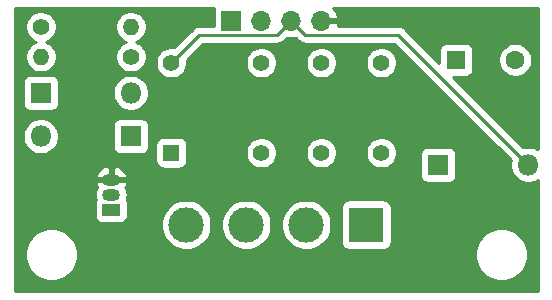
<source format=gbr>
%TF.GenerationSoftware,KiCad,Pcbnew,(5.1.6)-1*%
%TF.CreationDate,2021-01-10T14:53:30+01:00*%
%TF.ProjectId,dcBreak,64634272-6561-46b2-9e6b-696361645f70,rev?*%
%TF.SameCoordinates,Original*%
%TF.FileFunction,Copper,L1,Top*%
%TF.FilePolarity,Positive*%
%FSLAX46Y46*%
G04 Gerber Fmt 4.6, Leading zero omitted, Abs format (unit mm)*
G04 Created by KiCad (PCBNEW (5.1.6)-1) date 2021-01-10 14:53:30*
%MOMM*%
%LPD*%
G01*
G04 APERTURE LIST*
%TA.AperFunction,ComponentPad*%
%ADD10C,3.000000*%
%TD*%
%TA.AperFunction,ComponentPad*%
%ADD11R,3.000000X3.000000*%
%TD*%
%TA.AperFunction,ComponentPad*%
%ADD12C,1.400000*%
%TD*%
%TA.AperFunction,ComponentPad*%
%ADD13R,1.400000X1.400000*%
%TD*%
%TA.AperFunction,ComponentPad*%
%ADD14R,1.600000X1.600000*%
%TD*%
%TA.AperFunction,ComponentPad*%
%ADD15C,1.600000*%
%TD*%
%TA.AperFunction,ComponentPad*%
%ADD16O,1.700000X1.700000*%
%TD*%
%TA.AperFunction,ComponentPad*%
%ADD17R,1.700000X1.700000*%
%TD*%
%TA.AperFunction,ComponentPad*%
%ADD18O,1.500000X1.050000*%
%TD*%
%TA.AperFunction,ComponentPad*%
%ADD19R,1.500000X1.050000*%
%TD*%
%TA.AperFunction,ComponentPad*%
%ADD20R,1.800000X1.800000*%
%TD*%
%TA.AperFunction,ComponentPad*%
%ADD21O,1.800000X1.800000*%
%TD*%
%TA.AperFunction,ComponentPad*%
%ADD22O,1.400000X1.400000*%
%TD*%
%TA.AperFunction,Conductor*%
%ADD23C,0.250000*%
%TD*%
%TA.AperFunction,Conductor*%
%ADD24C,0.254000*%
%TD*%
G04 APERTURE END LIST*
D10*
%TO.P,J1,2*%
%TO.N,/O*%
X114300000Y-129540000D03*
%TO.P,J1,3*%
%TO.N,/safety*%
X109220000Y-129540000D03*
D11*
%TO.P,J1,1*%
%TO.N,/B*%
X119380000Y-129540000D03*
D10*
%TO.P,J1,4*%
%TO.N,/break*%
X104140000Y-129540000D03*
%TD*%
D12*
%TO.P,K1,8*%
%TO.N,/break*%
X110490000Y-115824000D03*
%TO.P,K1,9*%
%TO.N,/B*%
X120650000Y-115824000D03*
%TO.P,K1,7*%
%TO.N,Net-(C1-Pad2)*%
X115570000Y-115824000D03*
%TO.P,K1,3*%
%TO.N,Net-(K1-Pad3)*%
X110490000Y-123444000D03*
%TO.P,K1,4*%
%TO.N,Net-(K1-Pad4)*%
X120650000Y-123444000D03*
%TO.P,K1,2*%
%TO.N,Net-(K1-Pad2)*%
X115570000Y-123444000D03*
%TO.P,K1,10*%
%TO.N,+5V*%
X102870000Y-115824000D03*
D13*
%TO.P,K1,1*%
%TO.N,Net-(D3-Pad1)*%
X102870000Y-123444000D03*
%TD*%
D14*
%TO.P,C1,1*%
%TO.N,/O*%
X127000000Y-115570000D03*
D15*
%TO.P,C1,2*%
%TO.N,Net-(C1-Pad2)*%
X132000000Y-115570000D03*
%TD*%
D16*
%TO.P,J2,4*%
%TO.N,GND*%
X115570000Y-112268000D03*
%TO.P,J2,3*%
%TO.N,+5V*%
X113030000Y-112268000D03*
%TO.P,J2,2*%
%TO.N,Net-(J2-Pad2)*%
X110490000Y-112268000D03*
D17*
%TO.P,J2,1*%
%TO.N,Net-(J2-Pad1)*%
X107950000Y-112268000D03*
%TD*%
D18*
%TO.P,Q1,2*%
%TO.N,Net-(Q1-Pad2)*%
X97790000Y-127000000D03*
%TO.P,Q1,3*%
%TO.N,GND*%
X97790000Y-125730000D03*
D19*
%TO.P,Q1,1*%
%TO.N,Net-(D3-Pad1)*%
X97790000Y-128270000D03*
%TD*%
D20*
%TO.P,D1,1*%
%TO.N,/safety*%
X91821000Y-118364000D03*
D21*
%TO.P,D1,2*%
%TO.N,/B*%
X99441000Y-118364000D03*
%TD*%
%TO.P,D2,2*%
%TO.N,/safety*%
X91821000Y-122047000D03*
D20*
%TO.P,D2,1*%
%TO.N,/break*%
X99441000Y-122047000D03*
%TD*%
%TO.P,D3,1*%
%TO.N,Net-(D3-Pad1)*%
X125476000Y-124460000D03*
D21*
%TO.P,D3,2*%
%TO.N,+5V*%
X133096000Y-124460000D03*
%TD*%
D22*
%TO.P,R1,2*%
%TO.N,Net-(J2-Pad1)*%
X99441000Y-112776000D03*
D12*
%TO.P,R1,1*%
%TO.N,Net-(Q1-Pad2)*%
X91821000Y-112776000D03*
%TD*%
%TO.P,R2,1*%
%TO.N,/B*%
X99441000Y-115316000D03*
D22*
%TO.P,R2,2*%
%TO.N,/safety*%
X91821000Y-115316000D03*
%TD*%
D23*
%TO.N,+5V*%
X114205001Y-113443001D02*
X122079001Y-113443001D01*
X122079001Y-113443001D02*
X133096000Y-124460000D01*
X113030000Y-112268000D02*
X114205001Y-113443001D01*
X105250999Y-113443001D02*
X102870000Y-115824000D01*
X111854999Y-113443001D02*
X105250999Y-113443001D01*
X113030000Y-112268000D02*
X111854999Y-113443001D01*
%TD*%
D24*
%TO.N,GND*%
G36*
X106474188Y-111293518D02*
G01*
X106461928Y-111418000D01*
X106461928Y-112683001D01*
X105288321Y-112683001D01*
X105250998Y-112679325D01*
X105213675Y-112683001D01*
X105213666Y-112683001D01*
X105102013Y-112693998D01*
X104958752Y-112737455D01*
X104826722Y-112808027D01*
X104743082Y-112876669D01*
X104710998Y-112903000D01*
X104687200Y-112931998D01*
X103108844Y-114510355D01*
X103001486Y-114489000D01*
X102738514Y-114489000D01*
X102480595Y-114540304D01*
X102237641Y-114640939D01*
X102018987Y-114787038D01*
X101833038Y-114972987D01*
X101686939Y-115191641D01*
X101586304Y-115434595D01*
X101535000Y-115692514D01*
X101535000Y-115955486D01*
X101586304Y-116213405D01*
X101686939Y-116456359D01*
X101833038Y-116675013D01*
X102018987Y-116860962D01*
X102237641Y-117007061D01*
X102480595Y-117107696D01*
X102738514Y-117159000D01*
X103001486Y-117159000D01*
X103259405Y-117107696D01*
X103502359Y-117007061D01*
X103721013Y-116860962D01*
X103906962Y-116675013D01*
X104053061Y-116456359D01*
X104153696Y-116213405D01*
X104205000Y-115955486D01*
X104205000Y-115692514D01*
X109155000Y-115692514D01*
X109155000Y-115955486D01*
X109206304Y-116213405D01*
X109306939Y-116456359D01*
X109453038Y-116675013D01*
X109638987Y-116860962D01*
X109857641Y-117007061D01*
X110100595Y-117107696D01*
X110358514Y-117159000D01*
X110621486Y-117159000D01*
X110879405Y-117107696D01*
X111122359Y-117007061D01*
X111341013Y-116860962D01*
X111526962Y-116675013D01*
X111673061Y-116456359D01*
X111773696Y-116213405D01*
X111825000Y-115955486D01*
X111825000Y-115692514D01*
X114235000Y-115692514D01*
X114235000Y-115955486D01*
X114286304Y-116213405D01*
X114386939Y-116456359D01*
X114533038Y-116675013D01*
X114718987Y-116860962D01*
X114937641Y-117007061D01*
X115180595Y-117107696D01*
X115438514Y-117159000D01*
X115701486Y-117159000D01*
X115959405Y-117107696D01*
X116202359Y-117007061D01*
X116421013Y-116860962D01*
X116606962Y-116675013D01*
X116753061Y-116456359D01*
X116853696Y-116213405D01*
X116905000Y-115955486D01*
X116905000Y-115692514D01*
X119315000Y-115692514D01*
X119315000Y-115955486D01*
X119366304Y-116213405D01*
X119466939Y-116456359D01*
X119613038Y-116675013D01*
X119798987Y-116860962D01*
X120017641Y-117007061D01*
X120260595Y-117107696D01*
X120518514Y-117159000D01*
X120781486Y-117159000D01*
X121039405Y-117107696D01*
X121282359Y-117007061D01*
X121501013Y-116860962D01*
X121686962Y-116675013D01*
X121833061Y-116456359D01*
X121933696Y-116213405D01*
X121985000Y-115955486D01*
X121985000Y-115692514D01*
X121933696Y-115434595D01*
X121833061Y-115191641D01*
X121686962Y-114972987D01*
X121501013Y-114787038D01*
X121282359Y-114640939D01*
X121039405Y-114540304D01*
X120781486Y-114489000D01*
X120518514Y-114489000D01*
X120260595Y-114540304D01*
X120017641Y-114640939D01*
X119798987Y-114787038D01*
X119613038Y-114972987D01*
X119466939Y-115191641D01*
X119366304Y-115434595D01*
X119315000Y-115692514D01*
X116905000Y-115692514D01*
X116853696Y-115434595D01*
X116753061Y-115191641D01*
X116606962Y-114972987D01*
X116421013Y-114787038D01*
X116202359Y-114640939D01*
X115959405Y-114540304D01*
X115701486Y-114489000D01*
X115438514Y-114489000D01*
X115180595Y-114540304D01*
X114937641Y-114640939D01*
X114718987Y-114787038D01*
X114533038Y-114972987D01*
X114386939Y-115191641D01*
X114286304Y-115434595D01*
X114235000Y-115692514D01*
X111825000Y-115692514D01*
X111773696Y-115434595D01*
X111673061Y-115191641D01*
X111526962Y-114972987D01*
X111341013Y-114787038D01*
X111122359Y-114640939D01*
X110879405Y-114540304D01*
X110621486Y-114489000D01*
X110358514Y-114489000D01*
X110100595Y-114540304D01*
X109857641Y-114640939D01*
X109638987Y-114787038D01*
X109453038Y-114972987D01*
X109306939Y-115191641D01*
X109206304Y-115434595D01*
X109155000Y-115692514D01*
X104205000Y-115692514D01*
X104183645Y-115585156D01*
X105565801Y-114203001D01*
X111817677Y-114203001D01*
X111854999Y-114206677D01*
X111892321Y-114203001D01*
X111892332Y-114203001D01*
X112003985Y-114192004D01*
X112147246Y-114148547D01*
X112279275Y-114077975D01*
X112395000Y-113983002D01*
X112418803Y-113953998D01*
X112663592Y-113709209D01*
X112883740Y-113753000D01*
X113176260Y-113753000D01*
X113396408Y-113709210D01*
X113641201Y-113954003D01*
X113665000Y-113983002D01*
X113780725Y-114077975D01*
X113912754Y-114148547D01*
X114056015Y-114192004D01*
X114167668Y-114203001D01*
X114167677Y-114203001D01*
X114205000Y-114206677D01*
X114242323Y-114203001D01*
X121764200Y-114203001D01*
X131612268Y-124051071D01*
X131561000Y-124308816D01*
X131561000Y-124611184D01*
X131619989Y-124907743D01*
X131735701Y-125187095D01*
X131903688Y-125438505D01*
X132117495Y-125652312D01*
X132368905Y-125820299D01*
X132648257Y-125936011D01*
X132944816Y-125995000D01*
X133247184Y-125995000D01*
X133543743Y-125936011D01*
X133823095Y-125820299D01*
X133910001Y-125762230D01*
X133910001Y-135180000D01*
X89610000Y-135180000D01*
X89610000Y-131859872D01*
X90475000Y-131859872D01*
X90475000Y-132300128D01*
X90560890Y-132731925D01*
X90729369Y-133138669D01*
X90973962Y-133504729D01*
X91285271Y-133816038D01*
X91651331Y-134060631D01*
X92058075Y-134229110D01*
X92489872Y-134315000D01*
X92930128Y-134315000D01*
X93361925Y-134229110D01*
X93768669Y-134060631D01*
X94134729Y-133816038D01*
X94446038Y-133504729D01*
X94690631Y-133138669D01*
X94859110Y-132731925D01*
X94945000Y-132300128D01*
X94945000Y-131859872D01*
X128575000Y-131859872D01*
X128575000Y-132300128D01*
X128660890Y-132731925D01*
X128829369Y-133138669D01*
X129073962Y-133504729D01*
X129385271Y-133816038D01*
X129751331Y-134060631D01*
X130158075Y-134229110D01*
X130589872Y-134315000D01*
X131030128Y-134315000D01*
X131461925Y-134229110D01*
X131868669Y-134060631D01*
X132234729Y-133816038D01*
X132546038Y-133504729D01*
X132790631Y-133138669D01*
X132959110Y-132731925D01*
X133045000Y-132300128D01*
X133045000Y-131859872D01*
X132959110Y-131428075D01*
X132790631Y-131021331D01*
X132546038Y-130655271D01*
X132234729Y-130343962D01*
X131868669Y-130099369D01*
X131461925Y-129930890D01*
X131030128Y-129845000D01*
X130589872Y-129845000D01*
X130158075Y-129930890D01*
X129751331Y-130099369D01*
X129385271Y-130343962D01*
X129073962Y-130655271D01*
X128829369Y-131021331D01*
X128660890Y-131428075D01*
X128575000Y-131859872D01*
X94945000Y-131859872D01*
X94859110Y-131428075D01*
X94690631Y-131021331D01*
X94446038Y-130655271D01*
X94134729Y-130343962D01*
X93768669Y-130099369D01*
X93361925Y-129930890D01*
X92930128Y-129845000D01*
X92489872Y-129845000D01*
X92058075Y-129930890D01*
X91651331Y-130099369D01*
X91285271Y-130343962D01*
X90973962Y-130655271D01*
X90729369Y-131021331D01*
X90560890Y-131428075D01*
X90475000Y-131859872D01*
X89610000Y-131859872D01*
X89610000Y-127000000D01*
X96399388Y-127000000D01*
X96421785Y-127227400D01*
X96485093Y-127436098D01*
X96450498Y-127500820D01*
X96414188Y-127620518D01*
X96401928Y-127745000D01*
X96401928Y-128795000D01*
X96414188Y-128919482D01*
X96450498Y-129039180D01*
X96509463Y-129149494D01*
X96588815Y-129246185D01*
X96685506Y-129325537D01*
X96795820Y-129384502D01*
X96915518Y-129420812D01*
X97040000Y-129433072D01*
X98540000Y-129433072D01*
X98664482Y-129420812D01*
X98784180Y-129384502D01*
X98886666Y-129329721D01*
X102005000Y-129329721D01*
X102005000Y-129750279D01*
X102087047Y-130162756D01*
X102247988Y-130551302D01*
X102481637Y-130900983D01*
X102779017Y-131198363D01*
X103128698Y-131432012D01*
X103517244Y-131592953D01*
X103929721Y-131675000D01*
X104350279Y-131675000D01*
X104762756Y-131592953D01*
X105151302Y-131432012D01*
X105500983Y-131198363D01*
X105798363Y-130900983D01*
X106032012Y-130551302D01*
X106192953Y-130162756D01*
X106275000Y-129750279D01*
X106275000Y-129329721D01*
X107085000Y-129329721D01*
X107085000Y-129750279D01*
X107167047Y-130162756D01*
X107327988Y-130551302D01*
X107561637Y-130900983D01*
X107859017Y-131198363D01*
X108208698Y-131432012D01*
X108597244Y-131592953D01*
X109009721Y-131675000D01*
X109430279Y-131675000D01*
X109842756Y-131592953D01*
X110231302Y-131432012D01*
X110580983Y-131198363D01*
X110878363Y-130900983D01*
X111112012Y-130551302D01*
X111272953Y-130162756D01*
X111355000Y-129750279D01*
X111355000Y-129329721D01*
X112165000Y-129329721D01*
X112165000Y-129750279D01*
X112247047Y-130162756D01*
X112407988Y-130551302D01*
X112641637Y-130900983D01*
X112939017Y-131198363D01*
X113288698Y-131432012D01*
X113677244Y-131592953D01*
X114089721Y-131675000D01*
X114510279Y-131675000D01*
X114922756Y-131592953D01*
X115311302Y-131432012D01*
X115660983Y-131198363D01*
X115958363Y-130900983D01*
X116192012Y-130551302D01*
X116352953Y-130162756D01*
X116435000Y-129750279D01*
X116435000Y-129329721D01*
X116352953Y-128917244D01*
X116192012Y-128528698D01*
X115958363Y-128179017D01*
X115819346Y-128040000D01*
X117241928Y-128040000D01*
X117241928Y-131040000D01*
X117254188Y-131164482D01*
X117290498Y-131284180D01*
X117349463Y-131394494D01*
X117428815Y-131491185D01*
X117525506Y-131570537D01*
X117635820Y-131629502D01*
X117755518Y-131665812D01*
X117880000Y-131678072D01*
X120880000Y-131678072D01*
X121004482Y-131665812D01*
X121124180Y-131629502D01*
X121234494Y-131570537D01*
X121331185Y-131491185D01*
X121410537Y-131394494D01*
X121469502Y-131284180D01*
X121505812Y-131164482D01*
X121518072Y-131040000D01*
X121518072Y-128040000D01*
X121505812Y-127915518D01*
X121469502Y-127795820D01*
X121410537Y-127685506D01*
X121331185Y-127588815D01*
X121234494Y-127509463D01*
X121124180Y-127450498D01*
X121004482Y-127414188D01*
X120880000Y-127401928D01*
X117880000Y-127401928D01*
X117755518Y-127414188D01*
X117635820Y-127450498D01*
X117525506Y-127509463D01*
X117428815Y-127588815D01*
X117349463Y-127685506D01*
X117290498Y-127795820D01*
X117254188Y-127915518D01*
X117241928Y-128040000D01*
X115819346Y-128040000D01*
X115660983Y-127881637D01*
X115311302Y-127647988D01*
X114922756Y-127487047D01*
X114510279Y-127405000D01*
X114089721Y-127405000D01*
X113677244Y-127487047D01*
X113288698Y-127647988D01*
X112939017Y-127881637D01*
X112641637Y-128179017D01*
X112407988Y-128528698D01*
X112247047Y-128917244D01*
X112165000Y-129329721D01*
X111355000Y-129329721D01*
X111272953Y-128917244D01*
X111112012Y-128528698D01*
X110878363Y-128179017D01*
X110580983Y-127881637D01*
X110231302Y-127647988D01*
X109842756Y-127487047D01*
X109430279Y-127405000D01*
X109009721Y-127405000D01*
X108597244Y-127487047D01*
X108208698Y-127647988D01*
X107859017Y-127881637D01*
X107561637Y-128179017D01*
X107327988Y-128528698D01*
X107167047Y-128917244D01*
X107085000Y-129329721D01*
X106275000Y-129329721D01*
X106192953Y-128917244D01*
X106032012Y-128528698D01*
X105798363Y-128179017D01*
X105500983Y-127881637D01*
X105151302Y-127647988D01*
X104762756Y-127487047D01*
X104350279Y-127405000D01*
X103929721Y-127405000D01*
X103517244Y-127487047D01*
X103128698Y-127647988D01*
X102779017Y-127881637D01*
X102481637Y-128179017D01*
X102247988Y-128528698D01*
X102087047Y-128917244D01*
X102005000Y-129329721D01*
X98886666Y-129329721D01*
X98894494Y-129325537D01*
X98991185Y-129246185D01*
X99070537Y-129149494D01*
X99129502Y-129039180D01*
X99165812Y-128919482D01*
X99178072Y-128795000D01*
X99178072Y-127745000D01*
X99165812Y-127620518D01*
X99129502Y-127500820D01*
X99094907Y-127436098D01*
X99158215Y-127227400D01*
X99180612Y-127000000D01*
X99158215Y-126772600D01*
X99091885Y-126553940D01*
X98991071Y-126365331D01*
X99032275Y-126306882D01*
X99125272Y-126097337D01*
X99133964Y-126035810D01*
X99008163Y-125857000D01*
X98243109Y-125857000D01*
X98242400Y-125856785D01*
X98071979Y-125840000D01*
X97508021Y-125840000D01*
X97337600Y-125856785D01*
X97336891Y-125857000D01*
X96571837Y-125857000D01*
X96446036Y-126035810D01*
X96454728Y-126097337D01*
X96547725Y-126306882D01*
X96588929Y-126365331D01*
X96488115Y-126553940D01*
X96421785Y-126772600D01*
X96399388Y-127000000D01*
X89610000Y-127000000D01*
X89610000Y-125424190D01*
X96446036Y-125424190D01*
X96571837Y-125603000D01*
X97663000Y-125603000D01*
X97663000Y-124723402D01*
X97917000Y-124723402D01*
X97917000Y-125603000D01*
X99008163Y-125603000D01*
X99133964Y-125424190D01*
X99125272Y-125362663D01*
X99032275Y-125153118D01*
X98900184Y-124965742D01*
X98734076Y-124807736D01*
X98540334Y-124685172D01*
X98326404Y-124602761D01*
X98100507Y-124563669D01*
X97917000Y-124723402D01*
X97663000Y-124723402D01*
X97479493Y-124563669D01*
X97253596Y-124602761D01*
X97039666Y-124685172D01*
X96845924Y-124807736D01*
X96679816Y-124965742D01*
X96547725Y-125153118D01*
X96454728Y-125362663D01*
X96446036Y-125424190D01*
X89610000Y-125424190D01*
X89610000Y-121895816D01*
X90286000Y-121895816D01*
X90286000Y-122198184D01*
X90344989Y-122494743D01*
X90460701Y-122774095D01*
X90628688Y-123025505D01*
X90842495Y-123239312D01*
X91093905Y-123407299D01*
X91373257Y-123523011D01*
X91669816Y-123582000D01*
X91972184Y-123582000D01*
X92268743Y-123523011D01*
X92548095Y-123407299D01*
X92799505Y-123239312D01*
X93013312Y-123025505D01*
X93181299Y-122774095D01*
X93297011Y-122494743D01*
X93356000Y-122198184D01*
X93356000Y-121895816D01*
X93297011Y-121599257D01*
X93181299Y-121319905D01*
X93065768Y-121147000D01*
X97902928Y-121147000D01*
X97902928Y-122947000D01*
X97915188Y-123071482D01*
X97951498Y-123191180D01*
X98010463Y-123301494D01*
X98089815Y-123398185D01*
X98186506Y-123477537D01*
X98296820Y-123536502D01*
X98416518Y-123572812D01*
X98541000Y-123585072D01*
X100341000Y-123585072D01*
X100465482Y-123572812D01*
X100585180Y-123536502D01*
X100695494Y-123477537D01*
X100792185Y-123398185D01*
X100871537Y-123301494D01*
X100930502Y-123191180D01*
X100966812Y-123071482D01*
X100979072Y-122947000D01*
X100979072Y-122744000D01*
X101531928Y-122744000D01*
X101531928Y-124144000D01*
X101544188Y-124268482D01*
X101580498Y-124388180D01*
X101639463Y-124498494D01*
X101718815Y-124595185D01*
X101815506Y-124674537D01*
X101925820Y-124733502D01*
X102045518Y-124769812D01*
X102170000Y-124782072D01*
X103570000Y-124782072D01*
X103694482Y-124769812D01*
X103814180Y-124733502D01*
X103924494Y-124674537D01*
X104021185Y-124595185D01*
X104100537Y-124498494D01*
X104159502Y-124388180D01*
X104195812Y-124268482D01*
X104208072Y-124144000D01*
X104208072Y-123312514D01*
X109155000Y-123312514D01*
X109155000Y-123575486D01*
X109206304Y-123833405D01*
X109306939Y-124076359D01*
X109453038Y-124295013D01*
X109638987Y-124480962D01*
X109857641Y-124627061D01*
X110100595Y-124727696D01*
X110358514Y-124779000D01*
X110621486Y-124779000D01*
X110879405Y-124727696D01*
X111122359Y-124627061D01*
X111341013Y-124480962D01*
X111526962Y-124295013D01*
X111673061Y-124076359D01*
X111773696Y-123833405D01*
X111825000Y-123575486D01*
X111825000Y-123312514D01*
X114235000Y-123312514D01*
X114235000Y-123575486D01*
X114286304Y-123833405D01*
X114386939Y-124076359D01*
X114533038Y-124295013D01*
X114718987Y-124480962D01*
X114937641Y-124627061D01*
X115180595Y-124727696D01*
X115438514Y-124779000D01*
X115701486Y-124779000D01*
X115959405Y-124727696D01*
X116202359Y-124627061D01*
X116421013Y-124480962D01*
X116606962Y-124295013D01*
X116753061Y-124076359D01*
X116853696Y-123833405D01*
X116905000Y-123575486D01*
X116905000Y-123312514D01*
X119315000Y-123312514D01*
X119315000Y-123575486D01*
X119366304Y-123833405D01*
X119466939Y-124076359D01*
X119613038Y-124295013D01*
X119798987Y-124480962D01*
X120017641Y-124627061D01*
X120260595Y-124727696D01*
X120518514Y-124779000D01*
X120781486Y-124779000D01*
X121039405Y-124727696D01*
X121282359Y-124627061D01*
X121501013Y-124480962D01*
X121686962Y-124295013D01*
X121833061Y-124076359D01*
X121933696Y-123833405D01*
X121985000Y-123575486D01*
X121985000Y-123560000D01*
X123937928Y-123560000D01*
X123937928Y-125360000D01*
X123950188Y-125484482D01*
X123986498Y-125604180D01*
X124045463Y-125714494D01*
X124124815Y-125811185D01*
X124221506Y-125890537D01*
X124331820Y-125949502D01*
X124451518Y-125985812D01*
X124576000Y-125998072D01*
X126376000Y-125998072D01*
X126500482Y-125985812D01*
X126620180Y-125949502D01*
X126730494Y-125890537D01*
X126827185Y-125811185D01*
X126906537Y-125714494D01*
X126965502Y-125604180D01*
X127001812Y-125484482D01*
X127014072Y-125360000D01*
X127014072Y-123560000D01*
X127001812Y-123435518D01*
X126965502Y-123315820D01*
X126906537Y-123205506D01*
X126827185Y-123108815D01*
X126730494Y-123029463D01*
X126620180Y-122970498D01*
X126500482Y-122934188D01*
X126376000Y-122921928D01*
X124576000Y-122921928D01*
X124451518Y-122934188D01*
X124331820Y-122970498D01*
X124221506Y-123029463D01*
X124124815Y-123108815D01*
X124045463Y-123205506D01*
X123986498Y-123315820D01*
X123950188Y-123435518D01*
X123937928Y-123560000D01*
X121985000Y-123560000D01*
X121985000Y-123312514D01*
X121933696Y-123054595D01*
X121833061Y-122811641D01*
X121686962Y-122592987D01*
X121501013Y-122407038D01*
X121282359Y-122260939D01*
X121039405Y-122160304D01*
X120781486Y-122109000D01*
X120518514Y-122109000D01*
X120260595Y-122160304D01*
X120017641Y-122260939D01*
X119798987Y-122407038D01*
X119613038Y-122592987D01*
X119466939Y-122811641D01*
X119366304Y-123054595D01*
X119315000Y-123312514D01*
X116905000Y-123312514D01*
X116853696Y-123054595D01*
X116753061Y-122811641D01*
X116606962Y-122592987D01*
X116421013Y-122407038D01*
X116202359Y-122260939D01*
X115959405Y-122160304D01*
X115701486Y-122109000D01*
X115438514Y-122109000D01*
X115180595Y-122160304D01*
X114937641Y-122260939D01*
X114718987Y-122407038D01*
X114533038Y-122592987D01*
X114386939Y-122811641D01*
X114286304Y-123054595D01*
X114235000Y-123312514D01*
X111825000Y-123312514D01*
X111773696Y-123054595D01*
X111673061Y-122811641D01*
X111526962Y-122592987D01*
X111341013Y-122407038D01*
X111122359Y-122260939D01*
X110879405Y-122160304D01*
X110621486Y-122109000D01*
X110358514Y-122109000D01*
X110100595Y-122160304D01*
X109857641Y-122260939D01*
X109638987Y-122407038D01*
X109453038Y-122592987D01*
X109306939Y-122811641D01*
X109206304Y-123054595D01*
X109155000Y-123312514D01*
X104208072Y-123312514D01*
X104208072Y-122744000D01*
X104195812Y-122619518D01*
X104159502Y-122499820D01*
X104100537Y-122389506D01*
X104021185Y-122292815D01*
X103924494Y-122213463D01*
X103814180Y-122154498D01*
X103694482Y-122118188D01*
X103570000Y-122105928D01*
X102170000Y-122105928D01*
X102045518Y-122118188D01*
X101925820Y-122154498D01*
X101815506Y-122213463D01*
X101718815Y-122292815D01*
X101639463Y-122389506D01*
X101580498Y-122499820D01*
X101544188Y-122619518D01*
X101531928Y-122744000D01*
X100979072Y-122744000D01*
X100979072Y-121147000D01*
X100966812Y-121022518D01*
X100930502Y-120902820D01*
X100871537Y-120792506D01*
X100792185Y-120695815D01*
X100695494Y-120616463D01*
X100585180Y-120557498D01*
X100465482Y-120521188D01*
X100341000Y-120508928D01*
X98541000Y-120508928D01*
X98416518Y-120521188D01*
X98296820Y-120557498D01*
X98186506Y-120616463D01*
X98089815Y-120695815D01*
X98010463Y-120792506D01*
X97951498Y-120902820D01*
X97915188Y-121022518D01*
X97902928Y-121147000D01*
X93065768Y-121147000D01*
X93013312Y-121068495D01*
X92799505Y-120854688D01*
X92548095Y-120686701D01*
X92268743Y-120570989D01*
X91972184Y-120512000D01*
X91669816Y-120512000D01*
X91373257Y-120570989D01*
X91093905Y-120686701D01*
X90842495Y-120854688D01*
X90628688Y-121068495D01*
X90460701Y-121319905D01*
X90344989Y-121599257D01*
X90286000Y-121895816D01*
X89610000Y-121895816D01*
X89610000Y-117464000D01*
X90282928Y-117464000D01*
X90282928Y-119264000D01*
X90295188Y-119388482D01*
X90331498Y-119508180D01*
X90390463Y-119618494D01*
X90469815Y-119715185D01*
X90566506Y-119794537D01*
X90676820Y-119853502D01*
X90796518Y-119889812D01*
X90921000Y-119902072D01*
X92721000Y-119902072D01*
X92845482Y-119889812D01*
X92965180Y-119853502D01*
X93075494Y-119794537D01*
X93172185Y-119715185D01*
X93251537Y-119618494D01*
X93310502Y-119508180D01*
X93346812Y-119388482D01*
X93359072Y-119264000D01*
X93359072Y-118212816D01*
X97906000Y-118212816D01*
X97906000Y-118515184D01*
X97964989Y-118811743D01*
X98080701Y-119091095D01*
X98248688Y-119342505D01*
X98462495Y-119556312D01*
X98713905Y-119724299D01*
X98993257Y-119840011D01*
X99289816Y-119899000D01*
X99592184Y-119899000D01*
X99888743Y-119840011D01*
X100168095Y-119724299D01*
X100419505Y-119556312D01*
X100633312Y-119342505D01*
X100801299Y-119091095D01*
X100917011Y-118811743D01*
X100976000Y-118515184D01*
X100976000Y-118212816D01*
X100917011Y-117916257D01*
X100801299Y-117636905D01*
X100633312Y-117385495D01*
X100419505Y-117171688D01*
X100168095Y-117003701D01*
X99888743Y-116887989D01*
X99592184Y-116829000D01*
X99289816Y-116829000D01*
X98993257Y-116887989D01*
X98713905Y-117003701D01*
X98462495Y-117171688D01*
X98248688Y-117385495D01*
X98080701Y-117636905D01*
X97964989Y-117916257D01*
X97906000Y-118212816D01*
X93359072Y-118212816D01*
X93359072Y-117464000D01*
X93346812Y-117339518D01*
X93310502Y-117219820D01*
X93251537Y-117109506D01*
X93172185Y-117012815D01*
X93075494Y-116933463D01*
X92965180Y-116874498D01*
X92845482Y-116838188D01*
X92721000Y-116825928D01*
X90921000Y-116825928D01*
X90796518Y-116838188D01*
X90676820Y-116874498D01*
X90566506Y-116933463D01*
X90469815Y-117012815D01*
X90390463Y-117109506D01*
X90331498Y-117219820D01*
X90295188Y-117339518D01*
X90282928Y-117464000D01*
X89610000Y-117464000D01*
X89610000Y-112644514D01*
X90486000Y-112644514D01*
X90486000Y-112907486D01*
X90537304Y-113165405D01*
X90637939Y-113408359D01*
X90784038Y-113627013D01*
X90969987Y-113812962D01*
X91188641Y-113959061D01*
X91398530Y-114046000D01*
X91188641Y-114132939D01*
X90969987Y-114279038D01*
X90784038Y-114464987D01*
X90637939Y-114683641D01*
X90537304Y-114926595D01*
X90486000Y-115184514D01*
X90486000Y-115447486D01*
X90537304Y-115705405D01*
X90637939Y-115948359D01*
X90784038Y-116167013D01*
X90969987Y-116352962D01*
X91188641Y-116499061D01*
X91431595Y-116599696D01*
X91689514Y-116651000D01*
X91952486Y-116651000D01*
X92210405Y-116599696D01*
X92453359Y-116499061D01*
X92672013Y-116352962D01*
X92857962Y-116167013D01*
X93004061Y-115948359D01*
X93104696Y-115705405D01*
X93156000Y-115447486D01*
X93156000Y-115184514D01*
X93104696Y-114926595D01*
X93004061Y-114683641D01*
X92857962Y-114464987D01*
X92672013Y-114279038D01*
X92453359Y-114132939D01*
X92243470Y-114046000D01*
X92453359Y-113959061D01*
X92672013Y-113812962D01*
X92857962Y-113627013D01*
X93004061Y-113408359D01*
X93104696Y-113165405D01*
X93156000Y-112907486D01*
X93156000Y-112644514D01*
X98106000Y-112644514D01*
X98106000Y-112907486D01*
X98157304Y-113165405D01*
X98257939Y-113408359D01*
X98404038Y-113627013D01*
X98589987Y-113812962D01*
X98808641Y-113959061D01*
X99018530Y-114046000D01*
X98808641Y-114132939D01*
X98589987Y-114279038D01*
X98404038Y-114464987D01*
X98257939Y-114683641D01*
X98157304Y-114926595D01*
X98106000Y-115184514D01*
X98106000Y-115447486D01*
X98157304Y-115705405D01*
X98257939Y-115948359D01*
X98404038Y-116167013D01*
X98589987Y-116352962D01*
X98808641Y-116499061D01*
X99051595Y-116599696D01*
X99309514Y-116651000D01*
X99572486Y-116651000D01*
X99830405Y-116599696D01*
X100073359Y-116499061D01*
X100292013Y-116352962D01*
X100477962Y-116167013D01*
X100624061Y-115948359D01*
X100724696Y-115705405D01*
X100776000Y-115447486D01*
X100776000Y-115184514D01*
X100724696Y-114926595D01*
X100624061Y-114683641D01*
X100477962Y-114464987D01*
X100292013Y-114279038D01*
X100073359Y-114132939D01*
X99863470Y-114046000D01*
X100073359Y-113959061D01*
X100292013Y-113812962D01*
X100477962Y-113627013D01*
X100624061Y-113408359D01*
X100724696Y-113165405D01*
X100776000Y-112907486D01*
X100776000Y-112644514D01*
X100724696Y-112386595D01*
X100624061Y-112143641D01*
X100477962Y-111924987D01*
X100292013Y-111739038D01*
X100073359Y-111592939D01*
X99830405Y-111492304D01*
X99572486Y-111441000D01*
X99309514Y-111441000D01*
X99051595Y-111492304D01*
X98808641Y-111592939D01*
X98589987Y-111739038D01*
X98404038Y-111924987D01*
X98257939Y-112143641D01*
X98157304Y-112386595D01*
X98106000Y-112644514D01*
X93156000Y-112644514D01*
X93104696Y-112386595D01*
X93004061Y-112143641D01*
X92857962Y-111924987D01*
X92672013Y-111739038D01*
X92453359Y-111592939D01*
X92210405Y-111492304D01*
X91952486Y-111441000D01*
X91689514Y-111441000D01*
X91431595Y-111492304D01*
X91188641Y-111592939D01*
X90969987Y-111739038D01*
X90784038Y-111924987D01*
X90637939Y-112143641D01*
X90537304Y-112386595D01*
X90486000Y-112644514D01*
X89610000Y-112644514D01*
X89610000Y-111200000D01*
X106502556Y-111200000D01*
X106474188Y-111293518D01*
G37*
X106474188Y-111293518D02*
X106461928Y-111418000D01*
X106461928Y-112683001D01*
X105288321Y-112683001D01*
X105250998Y-112679325D01*
X105213675Y-112683001D01*
X105213666Y-112683001D01*
X105102013Y-112693998D01*
X104958752Y-112737455D01*
X104826722Y-112808027D01*
X104743082Y-112876669D01*
X104710998Y-112903000D01*
X104687200Y-112931998D01*
X103108844Y-114510355D01*
X103001486Y-114489000D01*
X102738514Y-114489000D01*
X102480595Y-114540304D01*
X102237641Y-114640939D01*
X102018987Y-114787038D01*
X101833038Y-114972987D01*
X101686939Y-115191641D01*
X101586304Y-115434595D01*
X101535000Y-115692514D01*
X101535000Y-115955486D01*
X101586304Y-116213405D01*
X101686939Y-116456359D01*
X101833038Y-116675013D01*
X102018987Y-116860962D01*
X102237641Y-117007061D01*
X102480595Y-117107696D01*
X102738514Y-117159000D01*
X103001486Y-117159000D01*
X103259405Y-117107696D01*
X103502359Y-117007061D01*
X103721013Y-116860962D01*
X103906962Y-116675013D01*
X104053061Y-116456359D01*
X104153696Y-116213405D01*
X104205000Y-115955486D01*
X104205000Y-115692514D01*
X109155000Y-115692514D01*
X109155000Y-115955486D01*
X109206304Y-116213405D01*
X109306939Y-116456359D01*
X109453038Y-116675013D01*
X109638987Y-116860962D01*
X109857641Y-117007061D01*
X110100595Y-117107696D01*
X110358514Y-117159000D01*
X110621486Y-117159000D01*
X110879405Y-117107696D01*
X111122359Y-117007061D01*
X111341013Y-116860962D01*
X111526962Y-116675013D01*
X111673061Y-116456359D01*
X111773696Y-116213405D01*
X111825000Y-115955486D01*
X111825000Y-115692514D01*
X114235000Y-115692514D01*
X114235000Y-115955486D01*
X114286304Y-116213405D01*
X114386939Y-116456359D01*
X114533038Y-116675013D01*
X114718987Y-116860962D01*
X114937641Y-117007061D01*
X115180595Y-117107696D01*
X115438514Y-117159000D01*
X115701486Y-117159000D01*
X115959405Y-117107696D01*
X116202359Y-117007061D01*
X116421013Y-116860962D01*
X116606962Y-116675013D01*
X116753061Y-116456359D01*
X116853696Y-116213405D01*
X116905000Y-115955486D01*
X116905000Y-115692514D01*
X119315000Y-115692514D01*
X119315000Y-115955486D01*
X119366304Y-116213405D01*
X119466939Y-116456359D01*
X119613038Y-116675013D01*
X119798987Y-116860962D01*
X120017641Y-117007061D01*
X120260595Y-117107696D01*
X120518514Y-117159000D01*
X120781486Y-117159000D01*
X121039405Y-117107696D01*
X121282359Y-117007061D01*
X121501013Y-116860962D01*
X121686962Y-116675013D01*
X121833061Y-116456359D01*
X121933696Y-116213405D01*
X121985000Y-115955486D01*
X121985000Y-115692514D01*
X121933696Y-115434595D01*
X121833061Y-115191641D01*
X121686962Y-114972987D01*
X121501013Y-114787038D01*
X121282359Y-114640939D01*
X121039405Y-114540304D01*
X120781486Y-114489000D01*
X120518514Y-114489000D01*
X120260595Y-114540304D01*
X120017641Y-114640939D01*
X119798987Y-114787038D01*
X119613038Y-114972987D01*
X119466939Y-115191641D01*
X119366304Y-115434595D01*
X119315000Y-115692514D01*
X116905000Y-115692514D01*
X116853696Y-115434595D01*
X116753061Y-115191641D01*
X116606962Y-114972987D01*
X116421013Y-114787038D01*
X116202359Y-114640939D01*
X115959405Y-114540304D01*
X115701486Y-114489000D01*
X115438514Y-114489000D01*
X115180595Y-114540304D01*
X114937641Y-114640939D01*
X114718987Y-114787038D01*
X114533038Y-114972987D01*
X114386939Y-115191641D01*
X114286304Y-115434595D01*
X114235000Y-115692514D01*
X111825000Y-115692514D01*
X111773696Y-115434595D01*
X111673061Y-115191641D01*
X111526962Y-114972987D01*
X111341013Y-114787038D01*
X111122359Y-114640939D01*
X110879405Y-114540304D01*
X110621486Y-114489000D01*
X110358514Y-114489000D01*
X110100595Y-114540304D01*
X109857641Y-114640939D01*
X109638987Y-114787038D01*
X109453038Y-114972987D01*
X109306939Y-115191641D01*
X109206304Y-115434595D01*
X109155000Y-115692514D01*
X104205000Y-115692514D01*
X104183645Y-115585156D01*
X105565801Y-114203001D01*
X111817677Y-114203001D01*
X111854999Y-114206677D01*
X111892321Y-114203001D01*
X111892332Y-114203001D01*
X112003985Y-114192004D01*
X112147246Y-114148547D01*
X112279275Y-114077975D01*
X112395000Y-113983002D01*
X112418803Y-113953998D01*
X112663592Y-113709209D01*
X112883740Y-113753000D01*
X113176260Y-113753000D01*
X113396408Y-113709210D01*
X113641201Y-113954003D01*
X113665000Y-113983002D01*
X113780725Y-114077975D01*
X113912754Y-114148547D01*
X114056015Y-114192004D01*
X114167668Y-114203001D01*
X114167677Y-114203001D01*
X114205000Y-114206677D01*
X114242323Y-114203001D01*
X121764200Y-114203001D01*
X131612268Y-124051071D01*
X131561000Y-124308816D01*
X131561000Y-124611184D01*
X131619989Y-124907743D01*
X131735701Y-125187095D01*
X131903688Y-125438505D01*
X132117495Y-125652312D01*
X132368905Y-125820299D01*
X132648257Y-125936011D01*
X132944816Y-125995000D01*
X133247184Y-125995000D01*
X133543743Y-125936011D01*
X133823095Y-125820299D01*
X133910001Y-125762230D01*
X133910001Y-135180000D01*
X89610000Y-135180000D01*
X89610000Y-131859872D01*
X90475000Y-131859872D01*
X90475000Y-132300128D01*
X90560890Y-132731925D01*
X90729369Y-133138669D01*
X90973962Y-133504729D01*
X91285271Y-133816038D01*
X91651331Y-134060631D01*
X92058075Y-134229110D01*
X92489872Y-134315000D01*
X92930128Y-134315000D01*
X93361925Y-134229110D01*
X93768669Y-134060631D01*
X94134729Y-133816038D01*
X94446038Y-133504729D01*
X94690631Y-133138669D01*
X94859110Y-132731925D01*
X94945000Y-132300128D01*
X94945000Y-131859872D01*
X128575000Y-131859872D01*
X128575000Y-132300128D01*
X128660890Y-132731925D01*
X128829369Y-133138669D01*
X129073962Y-133504729D01*
X129385271Y-133816038D01*
X129751331Y-134060631D01*
X130158075Y-134229110D01*
X130589872Y-134315000D01*
X131030128Y-134315000D01*
X131461925Y-134229110D01*
X131868669Y-134060631D01*
X132234729Y-133816038D01*
X132546038Y-133504729D01*
X132790631Y-133138669D01*
X132959110Y-132731925D01*
X133045000Y-132300128D01*
X133045000Y-131859872D01*
X132959110Y-131428075D01*
X132790631Y-131021331D01*
X132546038Y-130655271D01*
X132234729Y-130343962D01*
X131868669Y-130099369D01*
X131461925Y-129930890D01*
X131030128Y-129845000D01*
X130589872Y-129845000D01*
X130158075Y-129930890D01*
X129751331Y-130099369D01*
X129385271Y-130343962D01*
X129073962Y-130655271D01*
X128829369Y-131021331D01*
X128660890Y-131428075D01*
X128575000Y-131859872D01*
X94945000Y-131859872D01*
X94859110Y-131428075D01*
X94690631Y-131021331D01*
X94446038Y-130655271D01*
X94134729Y-130343962D01*
X93768669Y-130099369D01*
X93361925Y-129930890D01*
X92930128Y-129845000D01*
X92489872Y-129845000D01*
X92058075Y-129930890D01*
X91651331Y-130099369D01*
X91285271Y-130343962D01*
X90973962Y-130655271D01*
X90729369Y-131021331D01*
X90560890Y-131428075D01*
X90475000Y-131859872D01*
X89610000Y-131859872D01*
X89610000Y-127000000D01*
X96399388Y-127000000D01*
X96421785Y-127227400D01*
X96485093Y-127436098D01*
X96450498Y-127500820D01*
X96414188Y-127620518D01*
X96401928Y-127745000D01*
X96401928Y-128795000D01*
X96414188Y-128919482D01*
X96450498Y-129039180D01*
X96509463Y-129149494D01*
X96588815Y-129246185D01*
X96685506Y-129325537D01*
X96795820Y-129384502D01*
X96915518Y-129420812D01*
X97040000Y-129433072D01*
X98540000Y-129433072D01*
X98664482Y-129420812D01*
X98784180Y-129384502D01*
X98886666Y-129329721D01*
X102005000Y-129329721D01*
X102005000Y-129750279D01*
X102087047Y-130162756D01*
X102247988Y-130551302D01*
X102481637Y-130900983D01*
X102779017Y-131198363D01*
X103128698Y-131432012D01*
X103517244Y-131592953D01*
X103929721Y-131675000D01*
X104350279Y-131675000D01*
X104762756Y-131592953D01*
X105151302Y-131432012D01*
X105500983Y-131198363D01*
X105798363Y-130900983D01*
X106032012Y-130551302D01*
X106192953Y-130162756D01*
X106275000Y-129750279D01*
X106275000Y-129329721D01*
X107085000Y-129329721D01*
X107085000Y-129750279D01*
X107167047Y-130162756D01*
X107327988Y-130551302D01*
X107561637Y-130900983D01*
X107859017Y-131198363D01*
X108208698Y-131432012D01*
X108597244Y-131592953D01*
X109009721Y-131675000D01*
X109430279Y-131675000D01*
X109842756Y-131592953D01*
X110231302Y-131432012D01*
X110580983Y-131198363D01*
X110878363Y-130900983D01*
X111112012Y-130551302D01*
X111272953Y-130162756D01*
X111355000Y-129750279D01*
X111355000Y-129329721D01*
X112165000Y-129329721D01*
X112165000Y-129750279D01*
X112247047Y-130162756D01*
X112407988Y-130551302D01*
X112641637Y-130900983D01*
X112939017Y-131198363D01*
X113288698Y-131432012D01*
X113677244Y-131592953D01*
X114089721Y-131675000D01*
X114510279Y-131675000D01*
X114922756Y-131592953D01*
X115311302Y-131432012D01*
X115660983Y-131198363D01*
X115958363Y-130900983D01*
X116192012Y-130551302D01*
X116352953Y-130162756D01*
X116435000Y-129750279D01*
X116435000Y-129329721D01*
X116352953Y-128917244D01*
X116192012Y-128528698D01*
X115958363Y-128179017D01*
X115819346Y-128040000D01*
X117241928Y-128040000D01*
X117241928Y-131040000D01*
X117254188Y-131164482D01*
X117290498Y-131284180D01*
X117349463Y-131394494D01*
X117428815Y-131491185D01*
X117525506Y-131570537D01*
X117635820Y-131629502D01*
X117755518Y-131665812D01*
X117880000Y-131678072D01*
X120880000Y-131678072D01*
X121004482Y-131665812D01*
X121124180Y-131629502D01*
X121234494Y-131570537D01*
X121331185Y-131491185D01*
X121410537Y-131394494D01*
X121469502Y-131284180D01*
X121505812Y-131164482D01*
X121518072Y-131040000D01*
X121518072Y-128040000D01*
X121505812Y-127915518D01*
X121469502Y-127795820D01*
X121410537Y-127685506D01*
X121331185Y-127588815D01*
X121234494Y-127509463D01*
X121124180Y-127450498D01*
X121004482Y-127414188D01*
X120880000Y-127401928D01*
X117880000Y-127401928D01*
X117755518Y-127414188D01*
X117635820Y-127450498D01*
X117525506Y-127509463D01*
X117428815Y-127588815D01*
X117349463Y-127685506D01*
X117290498Y-127795820D01*
X117254188Y-127915518D01*
X117241928Y-128040000D01*
X115819346Y-128040000D01*
X115660983Y-127881637D01*
X115311302Y-127647988D01*
X114922756Y-127487047D01*
X114510279Y-127405000D01*
X114089721Y-127405000D01*
X113677244Y-127487047D01*
X113288698Y-127647988D01*
X112939017Y-127881637D01*
X112641637Y-128179017D01*
X112407988Y-128528698D01*
X112247047Y-128917244D01*
X112165000Y-129329721D01*
X111355000Y-129329721D01*
X111272953Y-128917244D01*
X111112012Y-128528698D01*
X110878363Y-128179017D01*
X110580983Y-127881637D01*
X110231302Y-127647988D01*
X109842756Y-127487047D01*
X109430279Y-127405000D01*
X109009721Y-127405000D01*
X108597244Y-127487047D01*
X108208698Y-127647988D01*
X107859017Y-127881637D01*
X107561637Y-128179017D01*
X107327988Y-128528698D01*
X107167047Y-128917244D01*
X107085000Y-129329721D01*
X106275000Y-129329721D01*
X106192953Y-128917244D01*
X106032012Y-128528698D01*
X105798363Y-128179017D01*
X105500983Y-127881637D01*
X105151302Y-127647988D01*
X104762756Y-127487047D01*
X104350279Y-127405000D01*
X103929721Y-127405000D01*
X103517244Y-127487047D01*
X103128698Y-127647988D01*
X102779017Y-127881637D01*
X102481637Y-128179017D01*
X102247988Y-128528698D01*
X102087047Y-128917244D01*
X102005000Y-129329721D01*
X98886666Y-129329721D01*
X98894494Y-129325537D01*
X98991185Y-129246185D01*
X99070537Y-129149494D01*
X99129502Y-129039180D01*
X99165812Y-128919482D01*
X99178072Y-128795000D01*
X99178072Y-127745000D01*
X99165812Y-127620518D01*
X99129502Y-127500820D01*
X99094907Y-127436098D01*
X99158215Y-127227400D01*
X99180612Y-127000000D01*
X99158215Y-126772600D01*
X99091885Y-126553940D01*
X98991071Y-126365331D01*
X99032275Y-126306882D01*
X99125272Y-126097337D01*
X99133964Y-126035810D01*
X99008163Y-125857000D01*
X98243109Y-125857000D01*
X98242400Y-125856785D01*
X98071979Y-125840000D01*
X97508021Y-125840000D01*
X97337600Y-125856785D01*
X97336891Y-125857000D01*
X96571837Y-125857000D01*
X96446036Y-126035810D01*
X96454728Y-126097337D01*
X96547725Y-126306882D01*
X96588929Y-126365331D01*
X96488115Y-126553940D01*
X96421785Y-126772600D01*
X96399388Y-127000000D01*
X89610000Y-127000000D01*
X89610000Y-125424190D01*
X96446036Y-125424190D01*
X96571837Y-125603000D01*
X97663000Y-125603000D01*
X97663000Y-124723402D01*
X97917000Y-124723402D01*
X97917000Y-125603000D01*
X99008163Y-125603000D01*
X99133964Y-125424190D01*
X99125272Y-125362663D01*
X99032275Y-125153118D01*
X98900184Y-124965742D01*
X98734076Y-124807736D01*
X98540334Y-124685172D01*
X98326404Y-124602761D01*
X98100507Y-124563669D01*
X97917000Y-124723402D01*
X97663000Y-124723402D01*
X97479493Y-124563669D01*
X97253596Y-124602761D01*
X97039666Y-124685172D01*
X96845924Y-124807736D01*
X96679816Y-124965742D01*
X96547725Y-125153118D01*
X96454728Y-125362663D01*
X96446036Y-125424190D01*
X89610000Y-125424190D01*
X89610000Y-121895816D01*
X90286000Y-121895816D01*
X90286000Y-122198184D01*
X90344989Y-122494743D01*
X90460701Y-122774095D01*
X90628688Y-123025505D01*
X90842495Y-123239312D01*
X91093905Y-123407299D01*
X91373257Y-123523011D01*
X91669816Y-123582000D01*
X91972184Y-123582000D01*
X92268743Y-123523011D01*
X92548095Y-123407299D01*
X92799505Y-123239312D01*
X93013312Y-123025505D01*
X93181299Y-122774095D01*
X93297011Y-122494743D01*
X93356000Y-122198184D01*
X93356000Y-121895816D01*
X93297011Y-121599257D01*
X93181299Y-121319905D01*
X93065768Y-121147000D01*
X97902928Y-121147000D01*
X97902928Y-122947000D01*
X97915188Y-123071482D01*
X97951498Y-123191180D01*
X98010463Y-123301494D01*
X98089815Y-123398185D01*
X98186506Y-123477537D01*
X98296820Y-123536502D01*
X98416518Y-123572812D01*
X98541000Y-123585072D01*
X100341000Y-123585072D01*
X100465482Y-123572812D01*
X100585180Y-123536502D01*
X100695494Y-123477537D01*
X100792185Y-123398185D01*
X100871537Y-123301494D01*
X100930502Y-123191180D01*
X100966812Y-123071482D01*
X100979072Y-122947000D01*
X100979072Y-122744000D01*
X101531928Y-122744000D01*
X101531928Y-124144000D01*
X101544188Y-124268482D01*
X101580498Y-124388180D01*
X101639463Y-124498494D01*
X101718815Y-124595185D01*
X101815506Y-124674537D01*
X101925820Y-124733502D01*
X102045518Y-124769812D01*
X102170000Y-124782072D01*
X103570000Y-124782072D01*
X103694482Y-124769812D01*
X103814180Y-124733502D01*
X103924494Y-124674537D01*
X104021185Y-124595185D01*
X104100537Y-124498494D01*
X104159502Y-124388180D01*
X104195812Y-124268482D01*
X104208072Y-124144000D01*
X104208072Y-123312514D01*
X109155000Y-123312514D01*
X109155000Y-123575486D01*
X109206304Y-123833405D01*
X109306939Y-124076359D01*
X109453038Y-124295013D01*
X109638987Y-124480962D01*
X109857641Y-124627061D01*
X110100595Y-124727696D01*
X110358514Y-124779000D01*
X110621486Y-124779000D01*
X110879405Y-124727696D01*
X111122359Y-124627061D01*
X111341013Y-124480962D01*
X111526962Y-124295013D01*
X111673061Y-124076359D01*
X111773696Y-123833405D01*
X111825000Y-123575486D01*
X111825000Y-123312514D01*
X114235000Y-123312514D01*
X114235000Y-123575486D01*
X114286304Y-123833405D01*
X114386939Y-124076359D01*
X114533038Y-124295013D01*
X114718987Y-124480962D01*
X114937641Y-124627061D01*
X115180595Y-124727696D01*
X115438514Y-124779000D01*
X115701486Y-124779000D01*
X115959405Y-124727696D01*
X116202359Y-124627061D01*
X116421013Y-124480962D01*
X116606962Y-124295013D01*
X116753061Y-124076359D01*
X116853696Y-123833405D01*
X116905000Y-123575486D01*
X116905000Y-123312514D01*
X119315000Y-123312514D01*
X119315000Y-123575486D01*
X119366304Y-123833405D01*
X119466939Y-124076359D01*
X119613038Y-124295013D01*
X119798987Y-124480962D01*
X120017641Y-124627061D01*
X120260595Y-124727696D01*
X120518514Y-124779000D01*
X120781486Y-124779000D01*
X121039405Y-124727696D01*
X121282359Y-124627061D01*
X121501013Y-124480962D01*
X121686962Y-124295013D01*
X121833061Y-124076359D01*
X121933696Y-123833405D01*
X121985000Y-123575486D01*
X121985000Y-123560000D01*
X123937928Y-123560000D01*
X123937928Y-125360000D01*
X123950188Y-125484482D01*
X123986498Y-125604180D01*
X124045463Y-125714494D01*
X124124815Y-125811185D01*
X124221506Y-125890537D01*
X124331820Y-125949502D01*
X124451518Y-125985812D01*
X124576000Y-125998072D01*
X126376000Y-125998072D01*
X126500482Y-125985812D01*
X126620180Y-125949502D01*
X126730494Y-125890537D01*
X126827185Y-125811185D01*
X126906537Y-125714494D01*
X126965502Y-125604180D01*
X127001812Y-125484482D01*
X127014072Y-125360000D01*
X127014072Y-123560000D01*
X127001812Y-123435518D01*
X126965502Y-123315820D01*
X126906537Y-123205506D01*
X126827185Y-123108815D01*
X126730494Y-123029463D01*
X126620180Y-122970498D01*
X126500482Y-122934188D01*
X126376000Y-122921928D01*
X124576000Y-122921928D01*
X124451518Y-122934188D01*
X124331820Y-122970498D01*
X124221506Y-123029463D01*
X124124815Y-123108815D01*
X124045463Y-123205506D01*
X123986498Y-123315820D01*
X123950188Y-123435518D01*
X123937928Y-123560000D01*
X121985000Y-123560000D01*
X121985000Y-123312514D01*
X121933696Y-123054595D01*
X121833061Y-122811641D01*
X121686962Y-122592987D01*
X121501013Y-122407038D01*
X121282359Y-122260939D01*
X121039405Y-122160304D01*
X120781486Y-122109000D01*
X120518514Y-122109000D01*
X120260595Y-122160304D01*
X120017641Y-122260939D01*
X119798987Y-122407038D01*
X119613038Y-122592987D01*
X119466939Y-122811641D01*
X119366304Y-123054595D01*
X119315000Y-123312514D01*
X116905000Y-123312514D01*
X116853696Y-123054595D01*
X116753061Y-122811641D01*
X116606962Y-122592987D01*
X116421013Y-122407038D01*
X116202359Y-122260939D01*
X115959405Y-122160304D01*
X115701486Y-122109000D01*
X115438514Y-122109000D01*
X115180595Y-122160304D01*
X114937641Y-122260939D01*
X114718987Y-122407038D01*
X114533038Y-122592987D01*
X114386939Y-122811641D01*
X114286304Y-123054595D01*
X114235000Y-123312514D01*
X111825000Y-123312514D01*
X111773696Y-123054595D01*
X111673061Y-122811641D01*
X111526962Y-122592987D01*
X111341013Y-122407038D01*
X111122359Y-122260939D01*
X110879405Y-122160304D01*
X110621486Y-122109000D01*
X110358514Y-122109000D01*
X110100595Y-122160304D01*
X109857641Y-122260939D01*
X109638987Y-122407038D01*
X109453038Y-122592987D01*
X109306939Y-122811641D01*
X109206304Y-123054595D01*
X109155000Y-123312514D01*
X104208072Y-123312514D01*
X104208072Y-122744000D01*
X104195812Y-122619518D01*
X104159502Y-122499820D01*
X104100537Y-122389506D01*
X104021185Y-122292815D01*
X103924494Y-122213463D01*
X103814180Y-122154498D01*
X103694482Y-122118188D01*
X103570000Y-122105928D01*
X102170000Y-122105928D01*
X102045518Y-122118188D01*
X101925820Y-122154498D01*
X101815506Y-122213463D01*
X101718815Y-122292815D01*
X101639463Y-122389506D01*
X101580498Y-122499820D01*
X101544188Y-122619518D01*
X101531928Y-122744000D01*
X100979072Y-122744000D01*
X100979072Y-121147000D01*
X100966812Y-121022518D01*
X100930502Y-120902820D01*
X100871537Y-120792506D01*
X100792185Y-120695815D01*
X100695494Y-120616463D01*
X100585180Y-120557498D01*
X100465482Y-120521188D01*
X100341000Y-120508928D01*
X98541000Y-120508928D01*
X98416518Y-120521188D01*
X98296820Y-120557498D01*
X98186506Y-120616463D01*
X98089815Y-120695815D01*
X98010463Y-120792506D01*
X97951498Y-120902820D01*
X97915188Y-121022518D01*
X97902928Y-121147000D01*
X93065768Y-121147000D01*
X93013312Y-121068495D01*
X92799505Y-120854688D01*
X92548095Y-120686701D01*
X92268743Y-120570989D01*
X91972184Y-120512000D01*
X91669816Y-120512000D01*
X91373257Y-120570989D01*
X91093905Y-120686701D01*
X90842495Y-120854688D01*
X90628688Y-121068495D01*
X90460701Y-121319905D01*
X90344989Y-121599257D01*
X90286000Y-121895816D01*
X89610000Y-121895816D01*
X89610000Y-117464000D01*
X90282928Y-117464000D01*
X90282928Y-119264000D01*
X90295188Y-119388482D01*
X90331498Y-119508180D01*
X90390463Y-119618494D01*
X90469815Y-119715185D01*
X90566506Y-119794537D01*
X90676820Y-119853502D01*
X90796518Y-119889812D01*
X90921000Y-119902072D01*
X92721000Y-119902072D01*
X92845482Y-119889812D01*
X92965180Y-119853502D01*
X93075494Y-119794537D01*
X93172185Y-119715185D01*
X93251537Y-119618494D01*
X93310502Y-119508180D01*
X93346812Y-119388482D01*
X93359072Y-119264000D01*
X93359072Y-118212816D01*
X97906000Y-118212816D01*
X97906000Y-118515184D01*
X97964989Y-118811743D01*
X98080701Y-119091095D01*
X98248688Y-119342505D01*
X98462495Y-119556312D01*
X98713905Y-119724299D01*
X98993257Y-119840011D01*
X99289816Y-119899000D01*
X99592184Y-119899000D01*
X99888743Y-119840011D01*
X100168095Y-119724299D01*
X100419505Y-119556312D01*
X100633312Y-119342505D01*
X100801299Y-119091095D01*
X100917011Y-118811743D01*
X100976000Y-118515184D01*
X100976000Y-118212816D01*
X100917011Y-117916257D01*
X100801299Y-117636905D01*
X100633312Y-117385495D01*
X100419505Y-117171688D01*
X100168095Y-117003701D01*
X99888743Y-116887989D01*
X99592184Y-116829000D01*
X99289816Y-116829000D01*
X98993257Y-116887989D01*
X98713905Y-117003701D01*
X98462495Y-117171688D01*
X98248688Y-117385495D01*
X98080701Y-117636905D01*
X97964989Y-117916257D01*
X97906000Y-118212816D01*
X93359072Y-118212816D01*
X93359072Y-117464000D01*
X93346812Y-117339518D01*
X93310502Y-117219820D01*
X93251537Y-117109506D01*
X93172185Y-117012815D01*
X93075494Y-116933463D01*
X92965180Y-116874498D01*
X92845482Y-116838188D01*
X92721000Y-116825928D01*
X90921000Y-116825928D01*
X90796518Y-116838188D01*
X90676820Y-116874498D01*
X90566506Y-116933463D01*
X90469815Y-117012815D01*
X90390463Y-117109506D01*
X90331498Y-117219820D01*
X90295188Y-117339518D01*
X90282928Y-117464000D01*
X89610000Y-117464000D01*
X89610000Y-112644514D01*
X90486000Y-112644514D01*
X90486000Y-112907486D01*
X90537304Y-113165405D01*
X90637939Y-113408359D01*
X90784038Y-113627013D01*
X90969987Y-113812962D01*
X91188641Y-113959061D01*
X91398530Y-114046000D01*
X91188641Y-114132939D01*
X90969987Y-114279038D01*
X90784038Y-114464987D01*
X90637939Y-114683641D01*
X90537304Y-114926595D01*
X90486000Y-115184514D01*
X90486000Y-115447486D01*
X90537304Y-115705405D01*
X90637939Y-115948359D01*
X90784038Y-116167013D01*
X90969987Y-116352962D01*
X91188641Y-116499061D01*
X91431595Y-116599696D01*
X91689514Y-116651000D01*
X91952486Y-116651000D01*
X92210405Y-116599696D01*
X92453359Y-116499061D01*
X92672013Y-116352962D01*
X92857962Y-116167013D01*
X93004061Y-115948359D01*
X93104696Y-115705405D01*
X93156000Y-115447486D01*
X93156000Y-115184514D01*
X93104696Y-114926595D01*
X93004061Y-114683641D01*
X92857962Y-114464987D01*
X92672013Y-114279038D01*
X92453359Y-114132939D01*
X92243470Y-114046000D01*
X92453359Y-113959061D01*
X92672013Y-113812962D01*
X92857962Y-113627013D01*
X93004061Y-113408359D01*
X93104696Y-113165405D01*
X93156000Y-112907486D01*
X93156000Y-112644514D01*
X98106000Y-112644514D01*
X98106000Y-112907486D01*
X98157304Y-113165405D01*
X98257939Y-113408359D01*
X98404038Y-113627013D01*
X98589987Y-113812962D01*
X98808641Y-113959061D01*
X99018530Y-114046000D01*
X98808641Y-114132939D01*
X98589987Y-114279038D01*
X98404038Y-114464987D01*
X98257939Y-114683641D01*
X98157304Y-114926595D01*
X98106000Y-115184514D01*
X98106000Y-115447486D01*
X98157304Y-115705405D01*
X98257939Y-115948359D01*
X98404038Y-116167013D01*
X98589987Y-116352962D01*
X98808641Y-116499061D01*
X99051595Y-116599696D01*
X99309514Y-116651000D01*
X99572486Y-116651000D01*
X99830405Y-116599696D01*
X100073359Y-116499061D01*
X100292013Y-116352962D01*
X100477962Y-116167013D01*
X100624061Y-115948359D01*
X100724696Y-115705405D01*
X100776000Y-115447486D01*
X100776000Y-115184514D01*
X100724696Y-114926595D01*
X100624061Y-114683641D01*
X100477962Y-114464987D01*
X100292013Y-114279038D01*
X100073359Y-114132939D01*
X99863470Y-114046000D01*
X100073359Y-113959061D01*
X100292013Y-113812962D01*
X100477962Y-113627013D01*
X100624061Y-113408359D01*
X100724696Y-113165405D01*
X100776000Y-112907486D01*
X100776000Y-112644514D01*
X100724696Y-112386595D01*
X100624061Y-112143641D01*
X100477962Y-111924987D01*
X100292013Y-111739038D01*
X100073359Y-111592939D01*
X99830405Y-111492304D01*
X99572486Y-111441000D01*
X99309514Y-111441000D01*
X99051595Y-111492304D01*
X98808641Y-111592939D01*
X98589987Y-111739038D01*
X98404038Y-111924987D01*
X98257939Y-112143641D01*
X98157304Y-112386595D01*
X98106000Y-112644514D01*
X93156000Y-112644514D01*
X93104696Y-112386595D01*
X93004061Y-112143641D01*
X92857962Y-111924987D01*
X92672013Y-111739038D01*
X92453359Y-111592939D01*
X92210405Y-111492304D01*
X91952486Y-111441000D01*
X91689514Y-111441000D01*
X91431595Y-111492304D01*
X91188641Y-111592939D01*
X90969987Y-111739038D01*
X90784038Y-111924987D01*
X90637939Y-112143641D01*
X90537304Y-112386595D01*
X90486000Y-112644514D01*
X89610000Y-112644514D01*
X89610000Y-111200000D01*
X106502556Y-111200000D01*
X106474188Y-111293518D01*
G36*
X133910000Y-123157769D02*
G01*
X133823095Y-123099701D01*
X133543743Y-122983989D01*
X133247184Y-122925000D01*
X132944816Y-122925000D01*
X132687071Y-122976268D01*
X126718874Y-117008072D01*
X127800000Y-117008072D01*
X127924482Y-116995812D01*
X128044180Y-116959502D01*
X128154494Y-116900537D01*
X128251185Y-116821185D01*
X128330537Y-116724494D01*
X128389502Y-116614180D01*
X128425812Y-116494482D01*
X128438072Y-116370000D01*
X128438072Y-115428665D01*
X130565000Y-115428665D01*
X130565000Y-115711335D01*
X130620147Y-115988574D01*
X130728320Y-116249727D01*
X130885363Y-116484759D01*
X131085241Y-116684637D01*
X131320273Y-116841680D01*
X131581426Y-116949853D01*
X131858665Y-117005000D01*
X132141335Y-117005000D01*
X132418574Y-116949853D01*
X132679727Y-116841680D01*
X132914759Y-116684637D01*
X133114637Y-116484759D01*
X133271680Y-116249727D01*
X133379853Y-115988574D01*
X133435000Y-115711335D01*
X133435000Y-115428665D01*
X133379853Y-115151426D01*
X133271680Y-114890273D01*
X133114637Y-114655241D01*
X132914759Y-114455363D01*
X132679727Y-114298320D01*
X132418574Y-114190147D01*
X132141335Y-114135000D01*
X131858665Y-114135000D01*
X131581426Y-114190147D01*
X131320273Y-114298320D01*
X131085241Y-114455363D01*
X130885363Y-114655241D01*
X130728320Y-114890273D01*
X130620147Y-115151426D01*
X130565000Y-115428665D01*
X128438072Y-115428665D01*
X128438072Y-114770000D01*
X128425812Y-114645518D01*
X128389502Y-114525820D01*
X128330537Y-114415506D01*
X128251185Y-114318815D01*
X128154494Y-114239463D01*
X128044180Y-114180498D01*
X127924482Y-114144188D01*
X127800000Y-114131928D01*
X126200000Y-114131928D01*
X126075518Y-114144188D01*
X125955820Y-114180498D01*
X125845506Y-114239463D01*
X125748815Y-114318815D01*
X125669463Y-114415506D01*
X125610498Y-114525820D01*
X125574188Y-114645518D01*
X125561928Y-114770000D01*
X125561928Y-115851126D01*
X122642805Y-112932004D01*
X122619002Y-112903000D01*
X122503277Y-112808027D01*
X122371248Y-112737455D01*
X122227987Y-112693998D01*
X122116334Y-112683001D01*
X122116323Y-112683001D01*
X122079001Y-112679325D01*
X122041679Y-112683001D01*
X116990868Y-112683001D01*
X117011481Y-112624891D01*
X116890814Y-112395000D01*
X115697000Y-112395000D01*
X115697000Y-112415000D01*
X115443000Y-112415000D01*
X115443000Y-112395000D01*
X115423000Y-112395000D01*
X115423000Y-112141000D01*
X115443000Y-112141000D01*
X115443000Y-112121000D01*
X115697000Y-112121000D01*
X115697000Y-112141000D01*
X116890814Y-112141000D01*
X117011481Y-111911109D01*
X116914157Y-111636748D01*
X116765178Y-111386645D01*
X116596939Y-111200000D01*
X133910000Y-111200000D01*
X133910000Y-123157769D01*
G37*
X133910000Y-123157769D02*
X133823095Y-123099701D01*
X133543743Y-122983989D01*
X133247184Y-122925000D01*
X132944816Y-122925000D01*
X132687071Y-122976268D01*
X126718874Y-117008072D01*
X127800000Y-117008072D01*
X127924482Y-116995812D01*
X128044180Y-116959502D01*
X128154494Y-116900537D01*
X128251185Y-116821185D01*
X128330537Y-116724494D01*
X128389502Y-116614180D01*
X128425812Y-116494482D01*
X128438072Y-116370000D01*
X128438072Y-115428665D01*
X130565000Y-115428665D01*
X130565000Y-115711335D01*
X130620147Y-115988574D01*
X130728320Y-116249727D01*
X130885363Y-116484759D01*
X131085241Y-116684637D01*
X131320273Y-116841680D01*
X131581426Y-116949853D01*
X131858665Y-117005000D01*
X132141335Y-117005000D01*
X132418574Y-116949853D01*
X132679727Y-116841680D01*
X132914759Y-116684637D01*
X133114637Y-116484759D01*
X133271680Y-116249727D01*
X133379853Y-115988574D01*
X133435000Y-115711335D01*
X133435000Y-115428665D01*
X133379853Y-115151426D01*
X133271680Y-114890273D01*
X133114637Y-114655241D01*
X132914759Y-114455363D01*
X132679727Y-114298320D01*
X132418574Y-114190147D01*
X132141335Y-114135000D01*
X131858665Y-114135000D01*
X131581426Y-114190147D01*
X131320273Y-114298320D01*
X131085241Y-114455363D01*
X130885363Y-114655241D01*
X130728320Y-114890273D01*
X130620147Y-115151426D01*
X130565000Y-115428665D01*
X128438072Y-115428665D01*
X128438072Y-114770000D01*
X128425812Y-114645518D01*
X128389502Y-114525820D01*
X128330537Y-114415506D01*
X128251185Y-114318815D01*
X128154494Y-114239463D01*
X128044180Y-114180498D01*
X127924482Y-114144188D01*
X127800000Y-114131928D01*
X126200000Y-114131928D01*
X126075518Y-114144188D01*
X125955820Y-114180498D01*
X125845506Y-114239463D01*
X125748815Y-114318815D01*
X125669463Y-114415506D01*
X125610498Y-114525820D01*
X125574188Y-114645518D01*
X125561928Y-114770000D01*
X125561928Y-115851126D01*
X122642805Y-112932004D01*
X122619002Y-112903000D01*
X122503277Y-112808027D01*
X122371248Y-112737455D01*
X122227987Y-112693998D01*
X122116334Y-112683001D01*
X122116323Y-112683001D01*
X122079001Y-112679325D01*
X122041679Y-112683001D01*
X116990868Y-112683001D01*
X117011481Y-112624891D01*
X116890814Y-112395000D01*
X115697000Y-112395000D01*
X115697000Y-112415000D01*
X115443000Y-112415000D01*
X115443000Y-112395000D01*
X115423000Y-112395000D01*
X115423000Y-112141000D01*
X115443000Y-112141000D01*
X115443000Y-112121000D01*
X115697000Y-112121000D01*
X115697000Y-112141000D01*
X116890814Y-112141000D01*
X117011481Y-111911109D01*
X116914157Y-111636748D01*
X116765178Y-111386645D01*
X116596939Y-111200000D01*
X133910000Y-111200000D01*
X133910000Y-123157769D01*
%TD*%
M02*

</source>
